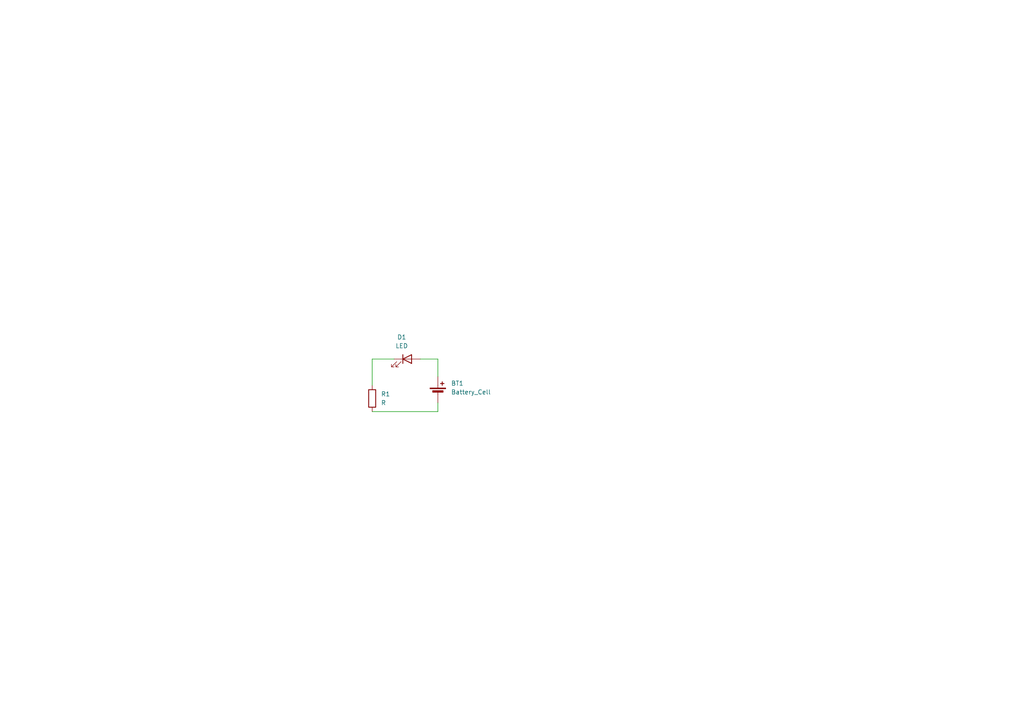
<source format=kicad_sch>
(kicad_sch (version 20231120) (generator "eeschema") (generator_version "8.0")
  (paper "A4")
  (title_block (title "LED Circuit") (date "2024-10-10") (rev "1.0") (company "Formula Slug"))
  (lib_symbols
    (symbol "Device:Battery_Cell" (pin_numbers hide) (pin_names (offset 0) hide)
      (property "Reference" "BT" (at 2.54 2.54 0))
      (property "Value" "Battery_Cell" (at 2.54 0 0))
      (symbol "Battery_Cell_0_1"
        (rectangle (start -2.286 1.778) (end 2.286 1.524) (fill (type outline)))
        (rectangle (start -1.524 1.016) (end 1.524 0.508) (fill (type outline)))
        (polyline (pts (xy 0 0.762) (xy 0 0)))
        (polyline (pts (xy 0 1.778) (xy 0 2.54)))
        (polyline (pts (xy 0.762 3.048) (xy 1.778 3.048)) (stroke (width 0.254)))
        (polyline (pts (xy 1.27 3.556) (xy 1.27 2.54)) (stroke (width 0.254)))
      )
      (symbol "Battery_Cell_1_1"
        (pin passive line (at 0 5.08 270) (length 2.54) (name "+") (number "1"))
        (pin passive line (at 0 -2.54 90) (length 2.54) (name "-") (number "2"))
      )
    )
    (symbol "Device:LED" (pin_numbers hide) (pin_names (offset 1.016) hide)
      (property "Reference" "D" (at 0 2.54 0))
      (property "Value" "LED" (at 0 -2.54 0))
      (symbol "LED_0_1"
        (polyline (pts (xy -1.27 -1.27) (xy -1.27 1.27)) (stroke (width 0.254)))
        (polyline (pts (xy -1.27 0) (xy 1.27 0)))
        (polyline (pts (xy 1.27 -1.27) (xy 1.27 1.27) (xy -1.27 0) (xy 1.27 -1.27)) (stroke (width 0.254)))
        (polyline (pts (xy -3.048 -0.762) (xy -4.572 -2.286) (xy -3.81 -2.286) (xy -4.572 -2.286) (xy -4.572 -1.524)))
        (polyline (pts (xy -1.778 -0.762) (xy -3.302 -2.286) (xy -2.54 -2.286) (xy -3.302 -2.286) (xy -3.302 -1.524)))
      )
      (symbol "LED_1_1"
        (pin passive line (at -3.81 0 0) (length 2.54) (name "K") (number "1"))
        (pin passive line (at 3.81 0 180) (length 2.54) (name "A") (number "2"))
      )
    )
    (symbol "Device:R" (pin_numbers hide) (pin_names (offset 0))
      (property "Reference" "R" (at 2.032 0 90))
      (property "Value" "R" (at 0 0 90))
      (symbol "R_0_1"
        (rectangle (start -1.016 -2.54) (end 1.016 2.54) (stroke (width 0.254)))
      )
      (symbol "R_1_1"
        (pin passive line (at 0 3.81 270) (length 1.27) (name "~") (number "1"))
        (pin passive line (at 0 -3.81 90) (length 1.27) (name "~") (number "2"))
      )
    )
  )
  (wire (pts (xy 127 104.14) (xy 127 109.22)))
  (wire (pts (xy 107.95 111.76) (xy 107.95 104.14)))
  (wire (pts (xy 107.95 119.38) (xy 127 119.38)))
  (wire (pts (xy 127 116.84) (xy 127 119.38)))
  (wire (pts (xy 107.95 104.14) (xy 114.3 104.14)))
  (wire (pts (xy 121.92 104.14) (xy 127 104.14)))
  (symbol (lib_id "Device:Battery_Cell") (at 127 114.3 0) (unit 1)
    (property "Reference" "BT1" (at 130.81 111.1884 0) (effects (justify left)))
    (property "Value" "Battery_Cell" (at 130.81 113.7284 0) (effects (justify left)))
    (property "Footprint" "FS_3_Global_Footprint_Library:MS621FE-FL11E_SEC" (effects (hide yes)))
    (property "Description" "Single-cell battery" (effects (hide yes)))
  )
  (symbol (lib_id "Device:LED") (at 118.11 104.14 0) (unit 1)
    (property "Reference" "D1" (at 116.5225 97.79 0))
    (property "Value" "LED" (at 116.5225 100.33 0))
    (property "Footprint" "LED_SMD:LED_0805_2012Metric_Pad1.15x1.40mm_HandSolder" (effects (hide yes)))
    (property "Description" "Light emitting diode" (effects (hide yes)))
  )
  (symbol (lib_id "Device:R") (at 107.95 115.57 0) (unit 1)
    (property "Reference" "R1" (at 110.49 114.2999 0) (effects (justify left)))
    (property "Value" "R" (at 110.49 116.8399 0) (effects (justify left)))
    (property "Footprint" "Resistor_SMD:R_0805_2012Metric_Pad1.20x1.40mm_HandSolder" (effects (hide yes)))
    (property "Description" "Resistor" (effects (hide yes)))
  )
)
</source>
